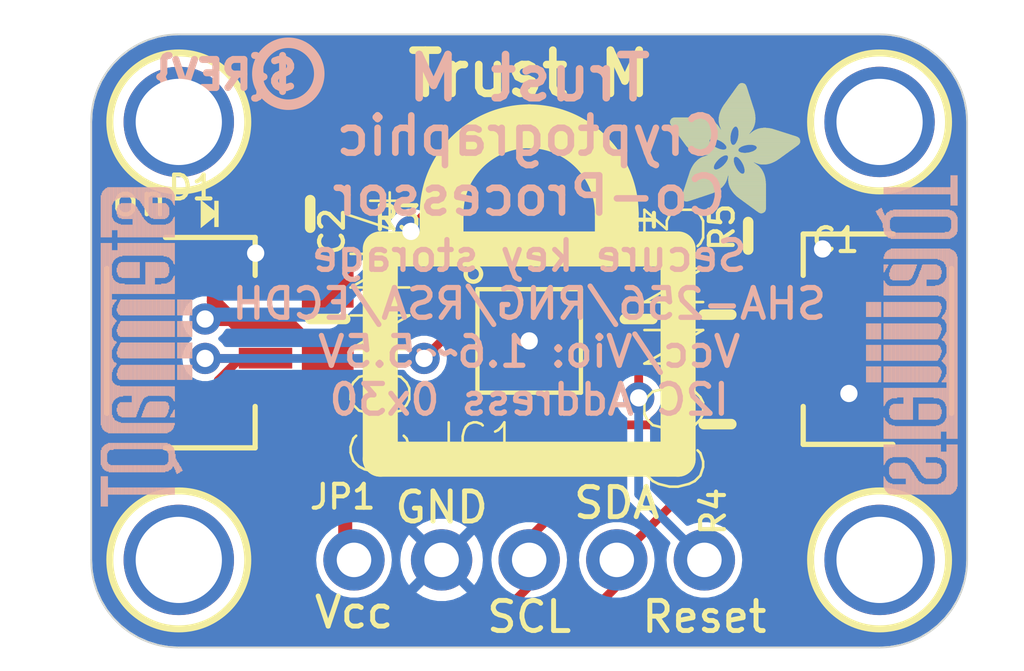
<source format=kicad_pcb>
(kicad_pcb (version 20221018) (generator pcbnew)
  (layers (0 "F.Cu" signal) (31 "B.Cu" signal) (34 "B.Paste" user) (35 "F.Paste" user) (36 "B.SilkS" user "B.Silkscreen") (37 "F.SilkS" user "F.Silkscreen") (38 "B.Mask" user) (39 "F.Mask" user) (44 "Edge.Cuts" user))
  (net 0 "")
  (net 1 "GND")
  (net 2 "SCL")
  (net 3 "SDA")
  (net 4 "VCC")
  (net 5 "N$1")
  (net 6 "RESET")
  (footprint "working:MOUNTINGHOLE_2.5_PLATED" (layer "F.Cu") (at 158.6611 111.3536)
    (fp_text reference "U$15" hide)
    (fp_text value "MOUNTINGHOLE2.5" hide)
    (pad "P$1" thru_hole circle (at 0 0) (size 3.2 3.2) (drill 2.5) (layers "*.Cu" "*.Mask"))
    (zone (net 0) (net_name "") (layer "B.Cu") (connect_pads (clearance 0)) (min_thickness 0.25)
      (keepout (tracks not_allowed) (vias not_allowed) (pads not_allowed) (copperpour not_allowed) (footprints allowed))
      (fill (thermal_gap 0.5) (thermal_bridge_width 0.5))
      (polygon (pts (xy 160.6771 111.3536) (xy 160.65748 111.073027) (xy 160.599004 110.797915) (xy 160.502808 110.533619) (xy 160.370765 110.285283) (xy 160.205446 110.05774) (xy 160.010067 109.85542) (xy 159.788433 109.68226) (xy 159.544856 109.541631) (xy 159.284078 109.43627) (xy 159.011175 109.368228) (xy 158.731457 109.338828) (xy 158.450371 109.348644) (xy 158.173385 109.397484) (xy 157.905893 109.484397) (xy 157.6531 109.607693) (xy 157.419926 109.76497) (xy 157.210911 109.953169) (xy 157.030122 110.168625) (xy 156.881078 110.407145) (xy 156.76668 110.664087) (xy 156.689154 110.93445) (xy 156.650011 111.212971) (xy 156.650011 111.494229) (xy 156.689154 111.77275) (xy 156.76668 112.043113) (xy 156.881078 112.300055) (xy 157.030122 112.538575) (xy 157.210911 112.754031) (xy 157.419926 112.94223) (xy 157.6531 113.099507) (xy 157.905893 113.222803) (xy 158.173385 113.309716) (xy 158.450371 113.358556) (xy 158.731457 113.368372) (xy 159.011175 113.338972) (xy 159.284078 113.27093) (xy 159.544856 113.165569) (xy 159.788433 113.02494) (xy 160.010067 112.85178) (xy 160.205446 112.64946) (xy 160.370765 112.421917) (xy 160.502808 112.173581) (xy 160.599004 111.909285) (xy 160.65748 111.634173)))
      (polygon (pts (xy 158.6451 111.3536) (xy 158.649786 111.364914) (xy 158.6611 111.3696) (xy 158.672414 111.364914) (xy 158.6771 111.3536) (xy 158.672414 111.342286) (xy 158.6611 111.3376) (xy 158.649786 111.342286)))
    )
  )
  (footprint "working:0603-NO" (layer "F.Cu") (at 154.8511 101.9556)
    (fp_text reference "C1" (at 1.778 0.127) (layer "F.SilkS") (effects (font (size 0.692831 0.692831) (thickness 0.119969)) (justify left)))
    (fp_text value "0.1uF")
    (pad "1" smd rect (at -0.85 0) (size 1.075 1) (layers "F.Cu" "F.Paste" "F.Mask") (net 4 "VCC"))
    (pad "2" smd rect (at 0.85 0) (size 1.075 1) (layers "F.Cu" "F.Paste" "F.Mask") (net 1 "GND"))
  )
  (footprint "working:MOUNTINGHOLE_2.5_PLATED" (layer "F.Cu") (at 158.6611 98.6536)
    (fp_text reference "U$12" hide)
    (fp_text value "MOUNTINGHOLE2.5" hide)
    (pad "P$1" thru_hole circle (at 0 0) (size 3.2 3.2) (drill 2.5) (layers "*.Cu" "*.Mask"))
    (zone (net 0) (net_name "") (layer "B.Cu") (connect_pads (clearance 0)) (min_thickness 0.25)
      (keepout (tracks not_allowed) (vias not_allowed) (pads not_allowed) (copperpour not_allowed) (footprints allowed))
      (fill (thermal_gap 0.5) (thermal_bridge_width 0.5))
      (polygon (pts (xy 160.6771 98.6536) (xy 160.65748 98.373027) (xy 160.599004 98.097915) (xy 160.502808 97.833619) (xy 160.370765 97.585283) (xy 160.205446 97.35774) (xy 160.010067 97.15542) (xy 159.788433 96.98226) (xy 159.544856 96.841631) (xy 159.284078 96.73627) (xy 159.011175 96.668228) (xy 158.731457 96.638828) (xy 158.450371 96.648644) (xy 158.173385 96.697484) (xy 157.905893 96.784397) (xy 157.6531 96.907693) (xy 157.419926 97.06497) (xy 157.210911 97.253169) (xy 157.030122 97.468625) (xy 156.881078 97.707145) (xy 156.76668 97.964087) (xy 156.689154 98.23445) (xy 156.650011 98.512971) (xy 156.650011 98.794229) (xy 156.689154 99.07275) (xy 156.76668 99.343113) (xy 156.881078 99.600055) (xy 157.030122 99.838575) (xy 157.210911 100.054031) (xy 157.419926 100.24223) (xy 157.6531 100.399507) (xy 157.905893 100.522803) (xy 158.173385 100.609716) (xy 158.450371 100.658556) (xy 158.731457 100.668372) (xy 159.011175 100.638972) (xy 159.284078 100.57093) (xy 159.544856 100.465569) (xy 159.788433 100.32494) (xy 160.010067 100.15178) (xy 160.205446 99.94946) (xy 160.370765 99.721917) (xy 160.502808 99.473581) (xy 160.599004 99.209285) (xy 160.65748 98.934173)))
      (polygon (pts (xy 158.6451 98.6536) (xy 158.649786 98.664914) (xy 158.6611 98.6696) (xy 158.672414 98.664914) (xy 158.6771 98.6536) (xy 158.672414 98.642286) (xy 158.6611 98.6376) (xy 158.649786 98.642286)))
    )
  )
  (footprint "working:0603-NO" (layer "F.Cu") (at 153.9621 107.4166 -90)
    (fp_text reference "R4" (at 1.778 0.127 90) (layer "F.SilkS") (effects (font (size 0.692831 0.692831) (thickness 0.119969)) (justify right)))
    (fp_text value "10K")
    (pad "1" smd rect (at -0.85 0 270) (size 1.075 1) (layers "F.Cu" "F.Paste" "F.Mask") (net 3 "SDA"))
    (pad "2" smd rect (at 0.85 0 270) (size 1.075 1) (layers "F.Cu" "F.Paste" "F.Mask") (net 4 "VCC"))
  )
  (footprint "working:MOUNTINGHOLE_2.5_PLATED" (layer "F.Cu") (at 138.3411 111.3536)
    (fp_text reference "U$14" hide)
    (fp_text value "MOUNTINGHOLE2.5" hide)
    (pad "P$1" thru_hole circle (at 0 0) (size 3.2 3.2) (drill 2.5) (layers "*.Cu" "*.Mask"))
    (zone (net 0) (net_name "") (layer "B.Cu") (connect_pads (clearance 0)) (min_thickness 0.25)
      (keepout (tracks not_allowed) (vias not_allowed) (pads not_allowed) (copperpour not_allowed) (footprints allowed))
      (fill (thermal_gap 0.5) (thermal_bridge_width 0.5))
      (polygon (pts (xy 140.3571 111.3536) (xy 140.33748 111.073027) (xy 140.279004 110.797915) (xy 140.182808 110.533619) (xy 140.050765 110.285283) (xy 139.885446 110.05774) (xy 139.690067 109.85542) (xy 139.468433 109.68226) (xy 139.224856 109.541631) (xy 138.964078 109.43627) (xy 138.691175 109.368228) (xy 138.411457 109.338828) (xy 138.130371 109.348644) (xy 137.853385 109.397484) (xy 137.585893 109.484397) (xy 137.3331 109.607693) (xy 137.099926 109.76497) (xy 136.890911 109.953169) (xy 136.710122 110.168625) (xy 136.561078 110.407145) (xy 136.44668 110.664087) (xy 136.369154 110.93445) (xy 136.330011 111.212971) (xy 136.330011 111.494229) (xy 136.369154 111.77275) (xy 136.44668 112.043113) (xy 136.561078 112.300055) (xy 136.710122 112.538575) (xy 136.890911 112.754031) (xy 137.099926 112.94223) (xy 137.3331 113.099507) (xy 137.585893 113.222803) (xy 137.853385 113.309716) (xy 138.130371 113.358556) (xy 138.411457 113.368372) (xy 138.691175 113.338972) (xy 138.964078 113.27093) (xy 139.224856 113.165569) (xy 139.468433 113.02494) (xy 139.690067 112.85178) (xy 139.885446 112.64946) (xy 140.050765 112.421917) (xy 140.182808 112.173581) (xy 140.279004 111.909285) (xy 140.33748 111.634173)))
      (polygon (pts (xy 138.3251 111.3536) (xy 138.329786 111.364914) (xy 138.3411 111.3696) (xy 138.352414 111.364914) (xy 138.3571 111.3536) (xy 138.352414 111.342286) (xy 138.3411 111.3376) (xy 138.329786 111.342286)))
    )
  )
  (footprint "working:MOUNTINGHOLE_2.5_PLATED" (layer "F.Cu") (at 138.3411 98.6536)
    (fp_text reference "U$11" hide)
    (fp_text value "MOUNTINGHOLE2.5" hide)
    (pad "P$1" thru_hole circle (at 0 0) (size 3.2 3.2) (drill 2.5) (layers "*.Cu" "*.Mask"))
    (zone (net 0) (net_name "") (layer "B.Cu") (connect_pads (clearance 0)) (min_thickness 0.25)
      (keepout (tracks not_allowed) (vias not_allowed) (pads not_allowed) (copperpour not_allowed) (footprints allowed))
      (fill (thermal_gap 0.5) (thermal_bridge_width 0.5))
      (polygon (pts (xy 140.3571 98.6536) (xy 140.33748 98.373027) (xy 140.279004 98.097915) (xy 140.182808 97.833619) (xy 140.050765 97.585283) (xy 139.885446 97.35774) (xy 139.690067 97.15542) (xy 139.468433 96.98226) (xy 139.224856 96.841631) (xy 138.964078 96.73627) (xy 138.691175 96.668228) (xy 138.411457 96.638828) (xy 138.130371 96.648644) (xy 137.853385 96.697484) (xy 137.585893 96.784397) (xy 137.3331 96.907693) (xy 137.099926 97.06497) (xy 136.890911 97.253169) (xy 136.710122 97.468625) (xy 136.561078 97.707145) (xy 136.44668 97.964087) (xy 136.369154 98.23445) (xy 136.330011 98.512971) (xy 136.330011 98.794229) (xy 136.369154 99.07275) (xy 136.44668 99.343113) (xy 136.561078 99.600055) (xy 136.710122 99.838575) (xy 136.890911 100.054031) (xy 137.099926 100.24223) (xy 137.3331 100.399507) (xy 137.585893 100.522803) (xy 137.853385 100.609716) (xy 138.130371 100.658556) (xy 138.411457 100.668372) (xy 138.691175 100.638972) (xy 138.964078 100.57093) (xy 139.224856 100.465569) (xy 139.468433 100.32494) (xy 139.690067 100.15178) (xy 139.885446 99.94946) (xy 140.050765 99.721917) (xy 140.182808 99.473581) (xy 140.279004 99.209285) (xy 140.33748 98.934173)))
      (polygon (pts (xy 138.3251 98.6536) (xy 138.329786 98.664914) (xy 138.3411 98.6696) (xy 138.352414 98.664914) (xy 138.3571 98.6536) (xy 138.352414 98.642286) (xy 138.3411 98.6376) (xy 138.329786 98.642286)))
    )
  )
  (footprint "working:0603-NO" (layer "F.Cu") (at 151.6761 104.3686 90)
    (fp_text reference "R1" (at 1.778 0.127 90) (layer "F.SilkS") (effects (font (size 0.692831 0.692831) (thickness 0.119969)) (justify left)))
    (fp_text value "10K")
    (pad "1" smd rect (at -0.85 0 90) (size 1.075 1) (layers "F.Cu" "F.Paste" "F.Mask") (net 6 "RESET"))
    (pad "2" smd rect (at 0.85 0 90) (size 1.075 1) (layers "F.Cu" "F.Paste" "F.Mask") (net 4 "VCC"))
  )
  (footprint "working:0603-NO" (layer "F.Cu") (at 153.9621 104.2416 90)
    (fp_text reference "R5" (at 1.778 0.127 90) (layer "F.SilkS") (effects (font (size 0.692831 0.692831) (thickness 0.119969)) (justify left)))
    (fp_text value "10K")
    (pad "1" smd rect (at -0.85 0 90) (size 1.075 1) (layers "F.Cu" "F.Paste" "F.Mask") (net 2 "SCL"))
    (pad "2" smd rect (at 0.85 0 90) (size 1.075 1) (layers "F.Cu" "F.Paste" "F.Mask") (net 4 "VCC"))
  )
  (footprint "working:JST_SH4" (layer "F.Cu") (at 158.6611 105.0036 90)
    (fp_text reference "CONN3" (at -4.6 -5.9 90) (layer "F.SilkS") (effects (font (size 1.703222 1.703222) (thickness 0.074778)) (justify left)))
    (fp_text value "STEMMA_I2C_QT" hide)
    (pad "1" smd rect (at -1.5 -2.514 180) (size 1.55 0.6) (layers "F.Cu" "F.Paste" "F.Mask") (net 1 "GND"))
    (pad "2" smd rect (at -0.5 -2.514 180) (size 1.55 0.6) (layers "F.Cu" "F.Paste" "F.Mask") (net 4 "VCC"))
    (pad "3" smd rect (at 0.5 -2.514 180) (size 1.55 0.6) (layers "F.Cu" "F.Paste" "F.Mask") (net 3 "SDA"))
    (pad "4" smd rect (at 1.5 -2.514 180) (size 1.55 0.6) (layers "F.Cu" "F.Paste" "F.Mask") (net 2 "SCL"))
    (pad "MT1" smd rect (at -2.8 1.386 180) (size 1.8 1.2) (layers "F.Cu" "F.Paste" "F.Mask"))
    (pad "MT2" smd rect (at 2.8 1.386 180) (size 1.8 1.2) (layers "F.Cu" "F.Paste" "F.Mask"))
  )
  (footprint "working:0603-NO" (layer "F.Cu") (at 142.1511 101.3206)
    (fp_text reference "R3" (at 1.778 0.127) (layer "F.SilkS") (effects (font (size 0.692831 0.692831) (thickness 0.119969)) (justify left)))
    (fp_text value "10K")
    (pad "1" smd rect (at -0.85 0) (size 1.075 1) (layers "F.Cu" "F.Paste" "F.Mask") (net 5 "N$1"))
    (pad "2" smd rect (at 0.85 0) (size 1.075 1) (layers "F.Cu" "F.Paste" "F.Mask") (net 1 "GND"))
  )
  (footprint "working:0805-NO" (layer "F.Cu") (at 142.6591 104.3686 90)
    (fp_text reference "C2" (at 1.778 0.127 90) (layer "F.SilkS") (effects (font (size 0.692831 0.692831) (thickness 0.119969)) (justify left)))
    (fp_text value "10uF")
    (pad "1" smd rect (at -0.95 0 90) (size 1.24 1.5) (layers "F.Cu" "F.Paste" "F.Mask") (net 4 "VCC"))
    (pad "2" smd rect (at 0.95 0 90) (size 1.24 1.5) (layers "F.Cu" "F.Paste" "F.Mask") (net 1 "GND"))
  )
  (footprint "working:ADAFRUIT_3.5MM" (layer "F.Cu") (at 152.5651 101.3206)
    (fp_text reference "U$17" hide)
    (fp_text value "" hide)
  )
  (footprint "working:FIDUCIAL_1MM" (layer "F.Cu") (at 155.3591 109.9185)
    (fp_text reference "FID4" hide)
    (fp_text value "FIDUCIAL_1MM" hide)
    (pad "1" smd roundrect (at 0 0) (size 1 1) (layers "F.Cu" "F.Mask") (roundrect_rratio 0.5))
  )
  (footprint "working:FIDUCIAL_1MM" (layer "F.Cu") (at 141.8971 99.3521)
    (fp_text reference "FID3" hide)
    (fp_text value "FIDUCIAL_1MM" hide)
    (pad "1" smd roundrect (at 0 0) (size 1 1) (layers "F.Cu" "F.Mask") (roundrect_rratio 0.5))
  )
  (footprint "working:CHIPLED_0603_NOOUTLINE" (layer "F.Cu") (at 139.2301 101.3206 -90)
    (fp_text reference "D1" (at -0.762 1.27) (layer "F.SilkS") (effects (font (size 0.692831 0.692831) (thickness 0.119969)) (justify left)))
    (fp_text value "GREEN")
    (pad "A" smd rect (at 0 0.75 270) (size 0.8 0.8) (layers "F.Cu" "F.Paste" "F.Mask") (net 4 "VCC"))
    (pad "C" smd rect (at 0 -0.75 270) (size 0.8 0.8) (layers "F.Cu" "F.Paste" "F.Mask") (net 5 "N$1"))
  )
  (footprint "working:1X05_ROUND_70" (layer "F.Cu") (at 148.5011 111.3536)
    (fp_text reference "JP1" (at -6.4262 -1.8288) (layer "F.SilkS") (effects (font (size 0.692831 0.692831) (thickness 0.119969)) (justify left)))
    (fp_text value "")
    (pad "1" thru_hole circle (at -5.08 0 90) (size 1.778 1.778) (drill 1) (layers "*.Cu" "*.Mask") (net 4 "VCC"))
    (pad "2" thru_hole circle (at -2.54 0 90) (size 1.778 1.778) (drill 1) (layers "*.Cu" "*.Mask") (net 1 "GND"))
    (pad "3" thru_hole circle (at 0 0 90) (size 1.778 1.778) (drill 1) (layers "*.Cu" "*.Mask") (net 2 "SCL"))
    (pad "4" thru_hole circle (at 2.54 0 90) (size 1.778 1.778) (drill 1) (layers "*.Cu" "*.Mask") (net 3 "SDA"))
    (pad "5" thru_hole circle (at 5.08 0 90) (size 1.778 1.778) (drill 1) (layers "*.Cu" "*.Mask") (net 6 "RESET"))
  )
  (footprint "working:JST_SH4" (layer "F.Cu") (at 138.3411 105.0036 -90)
    (fp_text reference "CONN4" (at -4.6 -5.9 90) (layer "F.SilkS") (effects (font (size 1.703222 1.703222) (thickness 0.074778)) (justify right)))
    (fp_text value "STEMMA_I2C_QT" hide)
    (pad "1" smd rect (at -1.5 -2.514) (size 1.55 0.6) (layers "F.Cu" "F.Paste" "F.Mask") (net 1 "GND"))
    (pad "2" smd rect (at -0.5 -2.514) (size 1.55 0.6) (layers "F.Cu" "F.Paste" "F.Mask") (net 4 "VCC"))
    (pad "3" smd rect (at 0.5 -2.514) (size 1.55 0.6) (layers "F.Cu" "F.Paste" "F.Mask") (net 3 "SDA"))
    (pad "4" smd rect (at 1.5 -2.514) (size 1.55 0.6) (layers "F.Cu" "F.Paste" "F.Mask") (net 2 "SCL"))
    (pad "MT1" smd rect (at -2.8 1.386) (size 1.8 1.2) (layers "F.Cu" "F.Paste" "F.Mask"))
    (pad "MT2" smd rect (at 2.8 1.386) (size 1.8 1.2) (layers "F.Cu" "F.Paste" "F.Mask"))
  )
  (footprint "working:PG-USON10-10-2" (layer "F.Cu") (at 148.5011 105.0036)
    (fp_text reference "IC1" (at -2.6058 2.8702) (layer "F.SilkS") (effects (font (size 0.941222 0.941222) (thickness 0.074778)) (justify left)))
    (fp_text value "")
    (pad "1" smd rect (at -1.4 -1 90) (size 0.25 0.7) (layers "F.Cu" "F.Paste" "F.Mask") (net 1 "GND"))
    (pad "2" smd rect (at -1.4 -0.5 90) (size 0.25 0.7) (layers "F.Cu" "F.Paste" "F.Mask") (net 1 "GND"))
    (pad "3" smd rect (at -1.4 0 90) (size 0.25 0.7) (layers "F.Cu" "F.Paste" "F.Mask") (net 3 "SDA"))
    (pad "4" smd rect (at -1.4 0.5 90) (size 0.25 0.7) (layers "F.Cu" "F.Paste" "F.Mask") (net 1 "GND"))
    (pad "5" smd rect (at -1.4 1 90) (size 0.25 0.7) (layers "F.Cu" "F.Paste" "F.Mask") (net 1 "GND"))
    (pad "6" smd rect (at 1.4 1 90) (size 0.25 0.7) (layers "F.Cu" "F.Paste" "F.Mask") (net 1 "GND"))
    (pad "7" smd rect (at 1.4 0.5 90) (size 0.25 0.7) (layers "F.Cu" "F.Paste" "F.Mask") (net 1 "GND"))
    (pad "8" smd rect (at 1.4 0 90) (size 0.25 0.7) (layers "F.Cu" "F.Paste" "F.Mask") (net 2 "SCL"))
    (pad "9" smd rect (at 1.4 -0.5 90) (size 0.25 0.7) (layers "F.Cu" "F.Paste" "F.Mask") (net 6 "RESET"))
    (pad "10" smd rect (at 1.4 -1 90) (size 0.25 0.7) (layers "F.Cu" "F.Paste" "F.Mask") (net 4 "VCC"))
    (pad "THERM" smd rect (at 0 0 90) (size 2.4 1.5) (layers "F.Cu" "F.Mask") (net 1 "GND"))
  )
  (footprint "working:STEMMAQT" (layer "B.Cu") (at 158.2801 109.4486 90)
    (fp_text reference "U$19" hide)
    (fp_text value "" hide)
  )
  (footprint "working:PCBFEAT-REV-040" (layer "B.Cu") (at 141.5161 97.2566 180)
    (fp_text reference "U$18" hide)
    (fp_text value "" hide)
    (fp_text user "${REV}" (at -0.3556 -0.508) (layer "B.SilkS") (effects (font (size 0.8128 0.8128) (thickness 0.2032)) (justify left bottom mirror)))
  )
  (footprint "working:STEMMAQT" (layer "B.Cu") (at 138.7221 100.5586 -90)
    (fp_text reference "U$20" hide)
    (fp_text value "" hide)
  )
  (gr_line (start 152.8191 108.4326) (end 152.8191 102.4636) (stroke (width 1.016)) (layer "F.SilkS"))
  (gr_line (start 148.5011 98.7806) (end 148.50364 98.7806) (stroke (width 1.27)) (layer "F.SilkS"))
  (gr_line (start 151.0411 101.3206) (end 151.0411 102.2096) (stroke (width 1.27)) (layer "F.SilkS"))
  (gr_arc (start 148.50364 98.7806) (mid 150.298421 99.525075) (end 151.0411 101.3206) (stroke (width 1.27)) (layer "F.SilkS"))
  (gr_line (start 144.1831 102.3366) (end 152.8191 102.3366) (stroke (width 1.016)) (layer "F.SilkS"))
  (gr_line (start 144.1831 102.4636) (end 144.1831 108.4326) (stroke (width 1.016)) (layer "F.SilkS"))
  (gr_arc (start 145.9611 101.3206) (mid 146.705049 99.524549) (end 148.5011 98.7806) (stroke (width 1.27)) (layer "F.SilkS"))
  (gr_line (start 144.1831 108.4326) (end 152.8191 108.4326) (stroke (width 1.016)) (layer "F.SilkS"))
  (gr_line (start 145.9611 102.0826) (end 145.9611 101.3206) (stroke (width 1.27)) (layer "F.SilkS"))
  (gr_arc (start 135.8011 98.6536) (mid 136.545049 96.857549) (end 138.3411 96.1136) (stroke (width 0.05)) (layer "Edge.Cuts"))
  (gr_line (start 135.8011 98.6536) (end 135.8011 111.3536) (stroke (width 0.05)) (layer "Edge.Cuts"))
  (gr_line (start 138.3411 96.1136) (end 158.6611 96.1136) (stroke (width 0.05)) (layer "Edge.Cuts"))
  (gr_line (start 161.2011 111.3536) (end 161.2011 98.6536) (stroke (width 0.05)) (layer "Edge.Cuts"))
  (gr_arc (start 161.2011 111.3536) (mid 160.457151 113.149651) (end 158.6611 113.8936) (stroke (width 0.05)) (layer "Edge.Cuts"))
  (gr_arc (start 158.6611 96.1136) (mid 160.457151 96.857549) (end 161.2011 98.6536) (stroke (width 0.05)) (layer "Edge.Cuts"))
  (gr_line (start 138.3411 113.8936) (end 158.6611 113.8936) (stroke (width 0.05)) (layer "Edge.Cuts"))
  (gr_arc (start 138.3411 113.8936) (mid 136.545049 113.149651) (end 135.8011 111.3536) (stroke (width 0.05)) (layer "Edge.Cuts"))
  (gr_text "Cryptographic\nCo-Processor" (at 148.5011 99.9236) (layer "B.SilkS") (effects (font (size 1.0795 1.0795) (thickness 0.1905)) (justify mirror)))
  (gr_text "Trust M" (at 148.5011 97.3836) (layer "B.SilkS") (effects (font (size 1.25222 1.25222) (thickness 0.22098)) (justify mirror)))
  (gr_text "Secure key storage\nSHA-256/RNG/RSA/ECDH\nVcc/Vio: 1.6~~5.5V\nI2C Address 0x30" (at 148.5011 104.6226) (layer "B.SilkS") (effects (font (size 0.8636 0.8636) (thickness 0.1524)) (justify mirror)))
  (gr_text "Vcc" (at 143.4211 112.8776) (layer "F.SilkS") (effects (font (size 0.87376 0.87376) (thickness 0.14224))))
  (gr_text "Reset" (at 153.5811 113.0046) (layer "F.SilkS") (effects (font (size 0.87376 0.87376) (thickness 0.14224))))
  (gr_text "GND" (at 145.9611 109.8296) (layer "F.SilkS") (effects (font (size 0.87376 0.87376) (thickness 0.14224))))
  (gr_text "on" (at 136.3091 101.4476) (layer "F.SilkS") (effects (font (size 0.89408 0.89408) (thickness 0.12192)) (justify left bottom)))
  (gr_text "Trust M" (at 148.5011 97.2566) (layer "F.SilkS") (effects (font (size 1.25222 1.25222) (thickness 0.22098))))
  (gr_text "SDA" (at 151.0411 109.7026) (layer "F.SilkS") (effects (font (size 0.87376 0.87376) (thickness 0.14224))))
  (gr_text "SCL" (at 148.5011 113.0046) (layer "F.SilkS") (effects (font (size 0.87376 0.87376) (thickness 0.14224))))
  (segment (start 148.2471 105.2576) (end 148.5011 105.0036) (width 0.254) (layer "F.Cu") (net 1))
  (segment (start 147.1011 104.5036) (end 147.1091 104.4956) (width 0.254) (layer "F.Cu") (net 1))
  (segment (start 147.1011 104.0036) (end 147.7551 104.0036) (width 0.254) (layer "F.Cu") (net 1))
  (segment (start 147.1011 106.0036) (end 147.1171 106.0196) (width 0.254) (layer "F.Cu") (net 1))
  (segment (start 156.1471 106.5036) (end 157.7481 106.5036) (width 0.254) (layer "F.Cu") (net 1))
  (segment (start 140.8551 103.5036) (end 142.5741 103.5036) (width 0.254) (layer "F.Cu") (net 1))
  (segment (start 148.3741 106.0196) (end 148.3741 105.3846) (width 0.254) (layer "F.Cu") (net 1))
  (segment (start 149.9011 105.5036) (end 148.4931 105.5036) (width 0.254) (layer "F.Cu") (net 1))
  (segment (start 142.6591 101.6626) (end 143.0011 101.3206) (width 0.254) (layer "F.Cu") (net 1))
  (segment (start 148.3741 105.3846) (end 148.2471 105.2576) (width 0.254) (layer "F.Cu") (net 1))
  (segment (start 149.8851 106.0196) (end 148.3741 106.0196) (width 0.254) (layer "F.Cu") (net 1))
  (segment (start 148.3741 104.4956) (end 148.3741 104.6226) (width 0.254) (layer "F.Cu") (net 1))
  (segment (start 145.9581 104.0036) (end 147.1011 104.0036) (width 0.254) (layer "F.Cu") (net 1))
  (segment (start 147.1171 106.0196) (end 148.3741 106.0196) (width 0.254) (layer "F.Cu") (net 1))
  (segment (start 145.9581 104.0036) (end 145.3731 103.4186) (width 0.254) (layer "F.Cu") (net 1))
  (segment (start 140.8551 102.459194) (end 140.569793 102.459194) (width 0.254) (layer "F.Cu") (net 1))
  (segment (start 148.3741 104.6226) (end 148.3741 104.8766) (width 0.254) (layer "F.Cu") (net 1))
  (segment (start 142.6591 103.4186) (end 145.3731 103.4186) (width 0.254) (layer "F.Cu") (net 1))
  (segment (start 148.4931 105.5036) (end 148.3741 105.3846) (width 0.254) (layer "F.Cu") (net 1))
  (segment (start 142.6591 103.4186) (end 142.6591 101.6626) (width 0.254) (layer "F.Cu") (net 1))
  (segment (start 148.3741 104.8766) (end 148.5011 105.0036) (width 0.254) (layer "F.Cu") (net 1))
  (segment (start 147.1011 105.5036) (end 148.0011 105.5036) (width 0.254) (layer "F.Cu") (net 1))
  (segment (start 142.5741 103.5036) (end 142.6591 103.4186) (width 0.254) (layer "F.Cu") (net 1))
  (segment (start 147.7551 104.0036) (end 148.3741 104.6226) (width 0.254) (layer "F.Cu") (net 1))
  (segment (start 147.1091 104.4956) (end 148.3741 104.4956) (width 0.254) (layer "F.Cu") (net 1))
  (segment (start 149.9011 106.0036) (end 149.8851 106.0196) (width 0.254) (layer "F.Cu") (net 1))
  (segment (start 148.0011 105.5036) (end 148.2471 105.2576) (width 0.254) (layer "F.Cu") (net 1))
  (segment (start 156.6291 101.9556) (end 157.0101 102.3366) (width 0.254) (layer "F.Cu") (net 1))
  (segment (start 155.7011 101.9556) (end 155.7401 101.9556) (width 0.254) (layer "F.Cu") (net 1))
  (segment (start 156.6291 101.9556) (end 155.7011 101.9556) (width 0.254) (layer "F.Cu") (net 1))
  (segment (start 157.7481 106.5036) (end 157.7721 106.5276) (width 0.254) (layer "F.Cu") (net 1))
  (segment (start 140.8551 103.5036) (end 140.8551 102.459194) (width 0.254) (layer "F.Cu") (net 1))
  (via (at 140.569793 102.459194) (size 0.9064) (drill 0.5) (layers "F.Cu" "B.Cu") (net 1))
  (via (at 157.7721 106.5276) (size 0.9064) (drill 0.5) (layers "F.Cu" "B.Cu") (net 1))
  (via (at 157.0101 102.3366) (size 0.9064) (drill 0.5) (layers "F.Cu" "B.Cu") (net 1))
  (via (at 148.5011 105.0036) (size 0.9064) (drill 0.5) (layers "F.Cu" "B.Cu") (net 1))
  (segment (start 152.0006 107.438) (end 150.8927 107.438) (width 0.254) (layer "F.Cu") (net 2))
  (segment (start 150.6601 108.5596) (end 150.6601 107.9246) (width 0.254) (layer "F.Cu") (net 2))
  (segment (start 156.1231 103.4796) (end 155.4861 103.4796) (width 0.254) (layer "F.Cu") (net 2))
  (segment (start 153.9621 105.0916) (end 153.2391 105.0916) (width 0.254) (layer "F.Cu") (net 2))
  (segment (start 147.8661 112.7506) (end 148.5011 112.1156) (width 0.254) (layer "F.Cu") (net 2))
  (segment (start 153.2391 105.0916) (end 152.5063 105.8244) (width 0.254) (layer "F.Cu") (net 2))
  (segment (start 153.805625 105.0916) (end 153.9621 105.0916) (width 0.254) (layer "F.Cu") (net 2))
  (segment (start 140.8551 106.5036) (end 140.8551 109.5496) (width 0.254) (layer "F.Cu") (net 2))
  (segment (start 150.8927 107.438) (end 150.6601 107.6706) (width 0.254) (layer "F.Cu") (net 2))
  (segment (start 140.8551 109.5496) (end 141.3383 110.0328) (width 0.254) (layer "F.Cu") (net 2))
  (segment (start 141.3383 111.1758) (end 142.9131 112.7506) (width 0.254) (layer "F.Cu") (net 2))
  (segment (start 153.9621 105.0036) (end 153.9621 105.0916) (width 0.254) (layer "F.Cu") (net 2))
  (segment (start 152.5063 105.8244) (end 152.5063 106.9323) (width 0.254) (layer "F.Cu") (net 2))
  (segment (start 156.1231 103.4796) (end 156.1471 103.5036) (width 0.254) (layer "F.Cu") (net 2))
  (segment (start 150.6601 107.6706) (end 150.6601 107.9246) (width 0.254) (layer "F.Cu") (net 2))
  (segment (start 149.9011 105.0036) (end 150.6601 105.0036) (width 0.254) (layer "F.Cu") (net 2))
  (segment (start 152.5063 106.9323) (end 152.0006 107.438) (width 0.254) (layer "F.Cu") (net 2))
  (segment (start 141.3383 111.1758) (end 141.3383 110.0328) (width 0.254) (layer "F.Cu") (net 2))
  (segment (start 142.9131 112.7506) (end 144.6911 112.7506) (width 0.254) (layer "F.Cu") (net 2))
  (segment (start 148.5011 112.1156) (end 148.5011 111.3536) (width 0.254) (layer "F.Cu") (net 2))
  (segment (start 155.4861 103.4796) (end 153.9621 105.0036) (width 0.254) (layer "F.Cu") (net 2))
  (segment (start 150.6601 107.6706) (end 150.6601 105.0036) (width 0.254) (layer "F.Cu") (net 2))
  (segment (start 144.6911 112.7506) (end 147.8661 112.7506) (width 0.254) (layer "F.Cu") (net 2))
  (segment (start 148.5011 111.3536) (end 148.5011 110.7186) (width 0.254) (layer "F.Cu") (net 2))
  (segment (start 148.5011 110.7186) (end 150.6601 108.5596) (width 0.254) (layer "F.Cu") (net 2))
  (segment (start 139.4841 106.1466) (end 139.4841 108.825182) (width 0.254) (layer "F.Cu") (net 3))
  (segment (start 152.8191 107.5436) (end 152.8191 109.5756) (width 0.254) (layer "F.Cu") (net 3))
  (segment (start 151.0411 111.8616) (end 151.0411 111.3536) (width 0.254) (layer "F.Cu") (net 3))
  (segment (start 142.6337 113.2332) (end 149.9235 113.2332) (width 0.254) (layer "F.Cu") (net 3))
  (segment (start 140.6271 105.5036) (end 140.1271 105.5036) (width 0.254) (layer "F.Cu") (net 3))
  (segment (start 139.4841 108.825182) (end 140.8811 110.222182) (width 0.254) (layer "F.Cu") (net 3))
  (segment (start 154.3041 106.5666) (end 153.9621 106.5666) (width 0.254) (layer "F.Cu") (net 3))
  (segment (start 153.7961 106.5666) (end 152.8191 107.5436) (width 0.254) (layer "F.Cu") (net 3))
  (segment (start 145.9611 105.0036) (end 145.4531 105.5116) (width 0.254) (layer "F.Cu") (net 3))
  (segment (start 156.1471 104.5036) (end 155.3511 104.5036) (width 0.254) (layer "F.Cu") (net 3))
  (segment (start 140.8811 110.222182) (end 140.8811 111.4806) (width 0.254) (layer "F.Cu") (net 3))
  (segment (start 151.1681 111.9886) (end 151.0411 111.8616) (width 0.254) (layer "F.Cu") (net 3))
  (segment (start 140.6191 105.5116) (end 140.6271 105.5036) (width 0.254) (layer "F.Cu") (net 3))
  (segment (start 155.3511 104.5036) (end 154.8511 105.0036) (width 0.254) (layer "F.Cu") (net 3))
  (segment (start 154.8511 106.0196) (end 154.3041 106.5666) (width 0.254) (layer "F.Cu") (net 3))
  (segment (start 140.8811 111.4806) (end 142.6337 113.2332) (width 0.254) (layer "F.Cu") (net 3))
  (segment (start 140.1271 105.5036) (end 139.4841 106.1466) (width 0.254) (layer "F.Cu") (net 3))
  (segment (start 152.8191 109.5756) (end 151.0411 111.3536) (width 0.254) (layer "F.Cu") (net 3))
  (segment (start 154.8511 105.0036) (end 154.8511 106.0196) (width 0.254) (layer "F.Cu") (net 3))
  (segment (start 139.1031 105.5116) (end 140.6191 105.5116) (width 0.254) (layer "F.Cu") (net 3))
  (segment (start 149.9235 113.2332) (end 151.1681 111.9886) (width 0.254) (layer "F.Cu") (net 3))
  (segment (start 153.9621 106.5666) (end 153.7961 106.5666) (width 0.254) (layer "F.Cu") (net 3))
  (segment (start 140.8551 105.5036) (end 140.6271 105.5036) (width 0.254) (layer "F.Cu") (net 3))
  (segment (start 147.1011 105.0036) (end 145.9611 105.0036) (width 0.254) (layer "F.Cu") (net 3))
  (via (at 145.4531 105.5116) (size 0.9064) (drill 0.5) (layers "F.Cu" "B.Cu") (net 3))
  (via (at 139.1031 105.5116) (size 0.9064) (drill 0.5) (layers "F.Cu" "B.Cu") (net 3))
  (segment (start 145.4531 105.5116) (end 139.1031 105.5116) (width 0.254) (layer "B.Cu") (net 3))
  (segment (start 138.4801 101.3206) (end 139.3571 102.1976) (width 0.4064) (layer "F.Cu") (net 4))
  (segment (start 154.8511 100.9396) (end 156.8831 100.9396) (width 0.4064) (layer "F.Cu") (net 4))
  (segment (start 157.4301 108.2666) (end 158.6611 107.0356) (width 0.4064) (layer "F.Cu") (net 4))
  (segment (start 154.8511 100.9396) (end 145.9611 100.9396) (width 0.4064) (layer "F.Cu") (net 4))
  (segment (start 153.9621 101.9946) (end 154.0011 101.9556) (width 0.4064) (layer "F.Cu") (net 4))
  (segment (start 154.0011 101.9556) (end 154.0011 101.7896) (width 0.254) (layer "F.Cu") (net 4))
  (segment (start 156.1471 105.5036) (end 157.2721 105.5036) (width 0.4064) (layer "F.Cu") (net 4))
  (segment (start 157.2721 105.5036) (end 157.8356 104.9401) (width 0.4064) (layer "F.Cu") (net 4))
  (segment (start 151.6761 102.3366) (end 151.8031 102.2096) (width 0.254) (layer "F.Cu") (net 4))
  (segment (start 139.3571 103.8606) (end 139.8651 104.3686) (width 0.4064) (layer "F.Cu") (net 4))
  (segment (start 158.6611 105.7656) (end 157.8356 104.9401) (width 0.4064) (layer "F.Cu") (net 4))
  (segment (start 157.8356 104.9401) (end 157.8991 104.8766) (width 0.254) (layer "F.Cu") (net 4))
  (segment (start 140.8551 104.5036) (end 141.5241 104.5036) (width 0.4064) (layer "F.Cu") (net 4))
  (segment (start 156.8831 100.9396) (end 157.8991 101.9556) (width 0.4064) (layer "F.Cu") (net 4))
  (segment (start 153.9621 103.3916) (end 153.9621 101.9946) (width 0.254) (layer "F.Cu") (net 4))
  (segment (start 158.6611 107.0356) (end 158.6611 105.7656) (width 0.4064) (layer "F.Cu") (net 4))
  (segment (start 151.8031 102.2096) (end 150.5721 102.2096) (width 0.4064) (layer "F.Cu") (net 4))
  (segment (start 157.8991 104.8766) (end 157.8991 101.9556) (width 0.4064) (layer "F.Cu") (net 4))
  (segment (start 151.6761 103.5186) (end 151.6761 102.3366) (width 0.254) (layer "F.Cu") (net 4))
  (segment (start 143.1671 105.3186) (end 143.1671 111.0996) (width 0.4064) (layer "F.Cu") (net 4))
  (segment (start 154.0011 101.7896) (end 154.8511 100.9396) (width 0.4064) (layer "F.Cu") (net 4))
  (segment (start 139.1031 104.3686) (end 139.8651 104.3686) (width 0.4064) (layer "F.Cu") (net 4))
  (segment (start 150.5721 102.2096) (end 149.9011 102.8806) (width 0.4064) (layer "F.Cu") (net 4))
  (segment (start 153.7471 102.2096) (end 151.8031 102.2096) (width 0.4064) (layer "F.Cu") (net 4))
  (segment (start 142.3391 105.3186) (end 142.6591 105.3186) (width 0.4064) (layer "F.Cu") (net 4))
  (segment (start 139.3571 102.1976) (end 139.3571 103.8606) (width 0.4064) (layer "F.Cu") (net 4))
  (segment (start 139.8651 104.3686) (end 140.0001 104.5036) (width 0.4064) (layer "F.Cu") (net 4))
  (segment (start 149.9011 104.0036) (end 149.9011 102.8806) (width 0.3048) (layer "F.Cu") (net 4))
  (segment (start 141.5241 104.5036) (end 142.3391 105.3186) (width 0.4064) (layer "F.Cu") (net 4))
  (segment (start 145.9611 100.9396) (end 145.0721 101.8286) (width 0.4064) (layer "F.Cu") (net 4))
  (segment (start 142.6591 105.3186) (end 143.1671 105.3186) (width 0.254) (layer "F.Cu") (net 4))
  (segment (start 153.9621 108.2666) (end 157.4301 108.2666) (width 0.4064) (layer "F.Cu") (net 4))
  (segment (start 143.1671 111.0996) (end 143.4211 111.3536) (width 0.4064) (layer "F.Cu") (net 4))
  (segment (start 153.7471 102.2096) (end 154.0011 101.9556) (width 0.254) (layer "F.Cu") (net 4))
  (segment (start 140.0001 104.5036) (end 140.8551 104.5036) (width 0.4064) (layer "F.Cu") (net 4))
  (via (at 145.0721 101.8286) (size 0.9064) (drill 0.5) (layers "F.Cu" "B.Cu") (net 4))
  (via (at 139.1031 104.3686) (size 0.9064) (drill 0.5) (layers "F.Cu" "B.Cu") (net 4))
  (segment (start 145.0721 101.8286) (end 142.6591 104.2416) (width 0.4064) (layer "B.Cu") (net 4))
  (segment (start 139.2301 104.3686) (end 139.1031 104.3686) (width 0.4064) (layer "B.Cu") (net 4))
  (segment (start 139.3571 104.2416) (end 139.2301 104.3686) (width 0.4064) (layer "B.Cu") (net 4))
  (segment (start 142.6591 104.2416) (end 139.3571 104.2416) (width 0.4064) (layer "B.Cu") (net 4))
  (segment (start 139.9801 101.3206) (end 141.3011 101.3206) (width 0.254) (layer "F.Cu") (net 5))
  (segment (start 149.9011 104.5036) (end 150.9611 104.5036) (width 0.254) (layer "F.Cu") (net 6))
  (segment (start 151.6761 105.2186) (end 151.6761 106.6546) (width 0.254) (layer "F.Cu") (net 6))
  (segment (start 150.9611 104.5036) (end 151.6761 105.2186) (width 0.254) (layer "F.Cu") (net 6))
  (via (at 151.6761 106.6546) (size 0.9064) (drill 0.5) (layers "F.Cu" "B.Cu") (net 6))
  (segment (start 151.6761 109.4486) (end 153.5811 111.3536) (width 0.254) (layer "B.Cu") (net 6))
  (segment (start 151.6761 106.6546) (end 151.6761 109.4486) (width 0.254) (layer "B.Cu") (net 6))
  (zone (net 1) (net_name "GND") (layer "B.Cu") (priority 6) (connect_pads (clearance 0.000001)) (min_thickness 0.127) (fill yes (thermal_gap 0.304) (thermal_bridge_width 0.304))
    (polygon (pts (xy 161.3281 114.0206) (xy 135.6741 114.0206) (xy 135.6741 95.9866) (xy 161.3281 95.9866)))
  )
)
</source>
